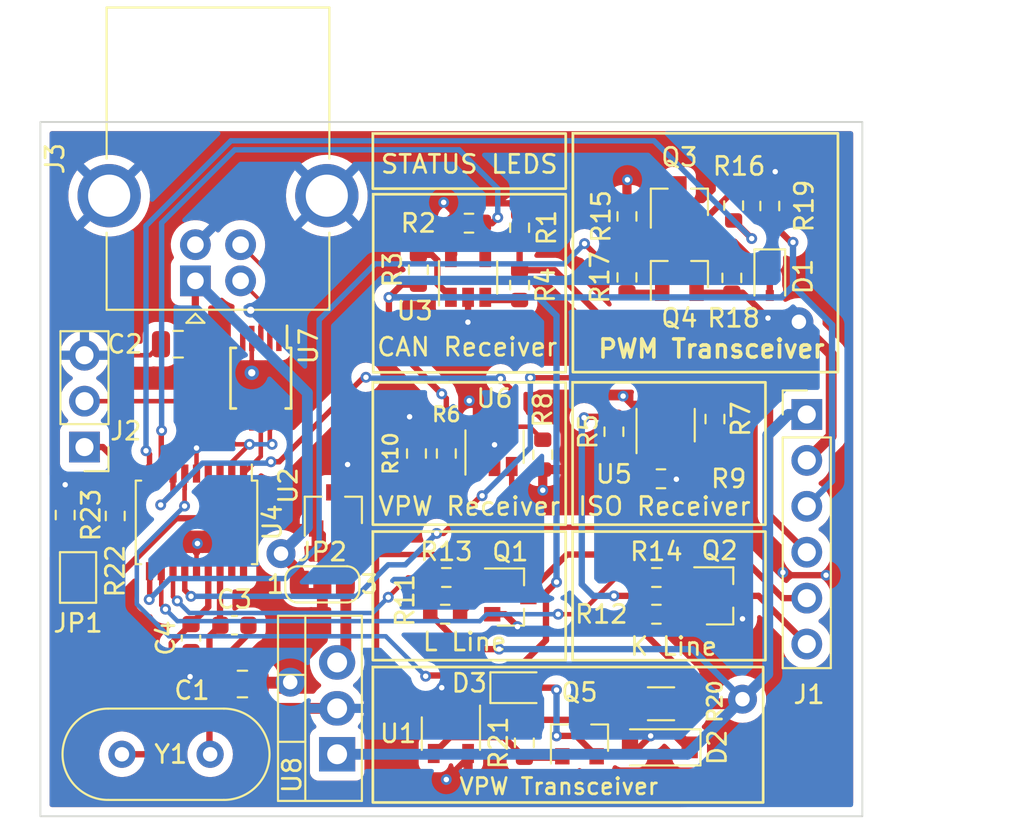
<source format=kicad_pcb>
(kicad_pcb (version 20210824) (generator pcbnew)
  (layers (0 "F.Cu" signal) (31 "B.Cu" signal) (34 "B.Paste" user) (35 "F.Paste" user) (36 "B.SilkS" user "B.Silkscreen") (37 "F.SilkS" user "F.Silkscreen") (38 "B.Mask" user) (39 "F.Mask" user) (44 "Edge.Cuts" user))
  (net 0 "")
  (net 1 "Net-(Q1-Pad1)")
  (net 2 "GND")
  (net 3 "/L_Line")
  (net 4 "Net-(Q2-Pad1)")
  (net 5 "/K_Line")
  (net 6 "/CAN-")
  (net 7 "+5V")
  (net 8 "/xCAN")
  (net 9 "/CAN+")
  (net 10 "Net-(R3-Pad2)")
  (net 11 "Net-(R4-Pad2)")
  (net 12 "Net-(R5-Pad1)")
  (net 13 "Net-(R10-Pad1)")
  (net 14 "/xISO")
  (net 15 "Net-(D1-Pad2)")
  (net 16 "+12V")
  (net 17 "/xL_Line")
  (net 18 "/xK_Line")
  (net 19 "+2V5")
  (net 20 "Net-(D2-Pad1)")
  (net 21 "Net-(D3-Pad2)")
  (net 22 "/VBUS")
  (net 23 "/USB_D-")
  (net 24 "Net-(C4-Pad1)")
  (net 25 "Net-(C3-Pad1)")
  (net 28 "/USB_D+")
  (net 29 "+5VA")
  (net 30 "Net-(Q3-Pad2)")
  (net 31 "Net-(Q4-Pad1)")
  (net 32 "/xCAN-")
  (net 35 "Net-(Q5-Pad1)")
  (net 36 "/xVPW_R")
  (net 37 "/xCAN+")
  (net 38 "/xVPW_T")
  (net 39 "/xTXD")
  (net 42 "/xRXD")
  (net 43 "Net-(J2-Pad1)")
  (net 44 "Net-(JP1-Pad2)")
  (footprint "Capacitor_SMD:C_0805_2012Metric" (layer "F.Cu") (at 129.1844 126.2888 180)
    (fp_text reference "C1")
    (fp_text value "100nF")
  )
  (footprint "Resistor_SMD:R_0603_1608Metric" (layer "F.Cu") (at 149.733 112.332 90)
    (fp_text reference "R5")
    (fp_text value "1k")
  )
  (footprint "Resistor_SMD:R_0603_1608Metric" (layer "F.Cu") (at 138.811 113.538 90)
    (fp_text reference "R10")
    (fp_text value "10k")
  )
  (footprint "Connector_PinHeader_2.54mm:PinHeader_1x03_P2.54mm_Vertical" (layer "F.Cu") (at 120.4468 113.1824 180)
    (fp_text reference "J2")
    (fp_text value "Conn_01x03")
  )
  (footprint "Package_SO:SSOP-18_4.4x6.5mm_P0.65mm" (layer "F.Cu") (at 126.6444 117.348 -90)
    (fp_text reference "U4")
    (fp_text value "PIC16F84A-XXSO")
  )
  (footprint "Resistor_SMD:R_0603_1608Metric" (layer "F.Cu") (at 144.516 101.048 90)
    (fp_text reference "R1")
    (fp_text value "10k")
  )
  (footprint "Connector_USB:USB_B_OST_USB-B1HSxx_Horizontal" (layer "F.Cu") (at 126.5828 103.9876 90)
    (fp_text reference "J3")
    (fp_text value "USB_B")
  )
  (footprint "Crystal:Crystal_HC49-4H_Vertical" (layer "F.Cu") (at 122.518 130.175)
    (fp_text reference "Y1")
    (fp_text value "20Mhz")
  )
  (footprint "Capacitor_SMD:C_0805_2012Metric" (layer "F.Cu") (at 125.6284 107.4928 180)
    (fp_text reference "C2")
    (fp_text value "100nF")
  )
  (footprint "Resistor_SMD:R_0603_1608Metric" (layer "F.Cu") (at 140.399 122.428)
    (fp_text reference "R11")
    (fp_text value "510")
  )
  (footprint "Resistor_SMD:R_0603_1608Metric" (layer "F.Cu") (at 156.355 99.823 -90)
    (fp_text reference "R16")
    (fp_text value "1k")
  )
  (footprint "Package_TO_SOT_SMD:SOT-23-5" (layer "F.Cu") (at 140.716 129.032 -90)
    (fp_text reference "U1")
    (fp_text value "LM321")
  )
  (footprint "Resistor_SMD:R_0603_1608Metric" (layer "F.Cu") (at 150.454334 103.798 -90)
    (fp_text reference "R17")
    (fp_text value "1k")
  )
  (footprint "Resistor_SMD:R_0603_1608Metric" (layer "F.Cu") (at 158.355 99.848 90)
    (fp_text reference "R19")
    (fp_text value "10k")
  )
  (footprint "Jumper:SolderJumper-3_P1.3mm_Bridged2Bar12_RoundedPad1.0x1.5mm_NumberLabels" (layer "F.Cu") (at 133.604 120.777)
    (fp_text reference "JP2")
    (fp_text value "Jumper_3_Bridged12")
  )
  (footprint "Connector_PinHeader_2.54mm:PinHeader_1x06_P2.54mm_Vertical" (layer "F.Cu") (at 160.401 111.379)
    (fp_text reference "J1")
    (fp_text value "Conn_01x06")
  )
  (footprint "Resistor_SMD:R_0603_1608Metric" (layer "F.Cu") (at 119.38 116.9416 -90)
    (fp_text reference "R23")
    (fp_text value "10k")
  )
  (footprint "Resistor_SMD:R_0603_1608Metric" (layer "F.Cu") (at 141.716 100.798 180)
    (fp_text reference "R2")
    (fp_text value "1k")
  )
  (footprint "Package_TO_SOT_SMD:SOT-23-5" (layer "F.Cu") (at 152.593 111.971 90)
    (fp_text reference "U5")
    (fp_text value "LM321")
  )
  (footprint "Package_TO_SOT_SMD:SOT-23" (layer "F.Cu") (at 134.2136 116.6876 90)
    (fp_text reference "U2")
    (fp_text value "TS2431BILT")
  )
  (footprint "Package_TO_SOT_SMD:SOT-23" (layer "F.Cu") (at 144.002 121.478)
    (fp_text reference "Q1")
    (fp_text value "SS8050")
  )
  (footprint "Package_TO_SOT_SMD:SOT-23-5" (layer "F.Cu") (at 143.129 113.157 90)
    (fp_text reference "U6")
    (fp_text value "LM321")
  )
  (footprint "Resistor_SMD:R_0603_1608Metric" (layer "F.Cu") (at 138.916 103.373 90)
    (fp_text reference "R3")
    (fp_text value "10k")
  )
  (footprint "Resistor_SMD:R_0603_1608Metric" (layer "F.Cu") (at 152.082 120.396)
    (fp_text reference "R14")
    (fp_text value "1k")
  )
  (footprint "Resistor_SMD:R_1206_3216Metric" (layer "F.Cu") (at 152.3385 127.381 180)
    (fp_text reference "R20")
    (fp_text value "270 .5W")
  )
  (footprint "Diode_SMD:D_SOD-123" (layer "F.Cu") (at 152.273 129.794 180)
    (fp_text reference "D2")
    (fp_text value "9.1v")
  )
  (footprint "Package_TO_SOT_SMD:SOT-23" (layer "F.Cu") (at 155.575 121.412)
    (fp_text reference "Q2")
    (fp_text value "SS8050")
  )
  (footprint "Capacitor_SMD:C_0603_1608Metric" (layer "F.Cu") (at 126.3396 123.7488 -90)
    (fp_text reference "C4")
    (fp_text value "20pF")
  )
  (footprint "Resistor_SMD:R_0603_1608Metric" (layer "F.Cu") (at 152.336 114.935 180)
    (fp_text reference "R9")
    (fp_text value "1k")
  )
  (footprint "Diode_SMD:D_SOD-323" (layer "F.Cu") (at 158.355 103.748 -90)
    (fp_text reference "D1")
    (fp_text value "1N4148WS")
  )
  (footprint "Package_TO_SOT_SMD:SOT-23" (layer "F.Cu") (at 147.828 129.286 90)
    (fp_text reference "Q5")
    (fp_text value "SS8050")
  )
  (footprint "Resistor_SMD:R_0603_1608Metric" (layer "F.Cu") (at 140.462 113.538 -90)
    (fp_text reference "R6")
    (fp_text value "10k")
  )
  (footprint "Capacitor_SMD:C_0603_1608Metric" (layer "F.Cu") (at 128.7402 123.0376)
    (fp_text reference "C3")
    (fp_text value "20pF")
  )
  (footprint "Package_TO_SOT_THT:TO-220-3_Vertical" (layer "F.Cu") (at 134.422 130.175 90)
    (fp_text reference "U8")
    (fp_text value "LM7805_TO220")
  )
  (footprint "Package_TO_SOT_SMD:SOT-23-5" (layer "F.Cu") (at 141.666 103.798 90)
    (fp_text reference "U3")
    (fp_text value "LM321")
  )
  (footprint "Resistor_SMD:R_0603_1608Metric" (layer "F.Cu") (at 145.796 113.602 -90)
    (fp_text reference "R8")
    (fp_text value "1k")
  )
  (footprint "Jumper:SolderJumper-2_P1.3mm_Open_TrianglePad1.0x1.5mm" (layer "F.Cu") (at 120.0912 120.396 90)
    (fp_text reference "JP1")
    (fp_text value "DB9")
  )
  (footprint "Resistor_SMD:R_0603_1608Metric" (layer "F.Cu") (at 156.255 103.823 90)
    (fp_text reference "R18")
    (fp_text value "1k")
  )
  (footprint "Resistor_SMD:R_0603_1608Metric" (layer "F.Cu") (at 155.321 111.633 -90)
    (fp_text reference "R7")
    (fp_text value "1k")
  )
  (footprint "Resistor_SMD:R_0603_1608Metric" (layer "F.Cu") (at 152.083 122.428)
    (fp_text reference "R12")
    (fp_text value "510")
  )
  (footprint "Package_TO_SOT_SMD:SOT-23" (layer "F.Cu") (at 153.355 103.648 90)
    (fp_text reference "Q4")
    (fp_text value "SS8050")
  )
  (footprint "Resistor_SMD:R_0603_1608Metric" (layer "F.Cu") (at 144.516 104.223 -90)
    (fp_text reference "R4")
    (fp_text value "10k")
  )
  (footprint "Package_TO_SOT_SMD:SOT-23" (layer "F.Cu") (at 153.355 99.648 90)
    (fp_text reference "Q3")
    (fp_text value "2N3906")
  )
  (footprint "Resistor_SMD:R_0603_1608Metric" (layer "F.Cu") (at 144.78 129.54 90)
    (fp_text reference "R21")
    (fp_text value "1k")
  )
  (footprint "Resistor_SMD:R_0603_1608Metric" (layer "F.Cu") (at 150.454334 100.423 90)
    (fp_text reference "R15")
    (fp_text value "10k")
  )
  (footprint "Package_SO:MSOP-10_3x3mm_P0.5mm" (layer "F.Cu") (at 130.2004 109.3724 -90)
    (fp_text reference "U7")
    (fp_text value "CH340E")
  )
  (footprint "Diode_SMD:D_SOD-323" (layer "F.Cu") (at 144.399 126.492)
    (fp_text reference "D3")
    (fp_text value "1N4148WS")
  )
  (footprint "Resistor_SMD:R_0603_1608Metric" (layer "F.Cu") (at 140.462 120.396)
    (fp_text reference "R13")
    (fp_text value "1k")
  )
  (footprint "Resistor_SMD:R_0603_1608Metric" (layer "F.Cu") (at 122.1486 116.9924 -90)
    (fp_text reference "R22")
    (fp_text value "10k")
  )
  (gr_rect (start 147.463 95.828) (end 162.125 109.036) (layer "F.SilkS") (width 0.15) (fill none))
  (gr_rect (start 147.447 117.856) (end 158.115 124.968) (layer "F.SilkS") (width 0.15) (fill none))
  (gr_rect (start 136.398 95.84) (end 147.066 98.888) (layer "F.SilkS") (width 0.15) (fill none))
  (gr_rect (start 147.447 109.601) (end 158.115 117.475) (layer "F.SilkS") (width 0.15) (fill none))
  (gr_rect (start 136.398 109.601) (end 147.066 117.475) (layer "F.SilkS") (width 0.15) (fill none))
  (gr_rect (start 136.398 117.856) (end 147.066 124.968) (layer "F.SilkS") (width 0.15) (fill none))
  (gr_rect (start 136.416 99.198) (end 147.066 109.048) (layer "F.SilkS") (width 0.15) (fill none))
  (gr_rect (start 136.398 125.349) (end 157.988 132.842) (layer "F.SilkS") (width 0.15) (fill none))
  (gr_rect (start 118.0084 95.2) (end 163.4744 133.604) (layer "Edge.Cuts") (width 0.1) (fill none))
  (gr_text "ISO Receiver" (at 152.527 116.459) (layer "F.SilkS") (effects (font (size 1 1))))
  (gr_text "K Line" (at 153.035 124.206) (layer "F.SilkS") (effects (font (size 1 1))))
  (gr_text "L Line" (at 141.478 123.952) (layer "F.SilkS") (effects (font (size 1 1))))
  (gr_text "STATUS LEDS" (at 141.732 97.536) (layer "F.SilkS") (effects (font (size 1 1))))
  (gr_text "CAN Receiver" (at 141.616 107.648) (layer "F.SilkS") (effects (font (size 1 1))))
  (gr_text "VPW Transceiver" (at 146.685 131.953) (layer "F.SilkS") (effects (font (size 0.9 0.9))))
  (gr_text "VPW Receiver" (at 141.732 116.459) (layer "F.SilkS") (effects (font (size 1 1))))
  (gr_text "PWM Transceiver" (at 155.13 107.748) (layer "F.SilkS") (effects (font (size 1 1) (thickness 0.2))))
  (segment (start 141.419 120.528) (end 141.287 120.396) (width 0.35) (layer "F.Cu") (net 1))
  (segment (start 143.002 120.528) (end 141.419 120.528) (width 0.35) (layer "F.Cu") (net 1))
  (segment (start 124.6784 107.4928) (end 124.0688 108.1024) (width 0.25) (layer "F.Cu") (net 2))
  (segment (start 156.255 104.648) (end 156.855 104.648) (width 0.35) (layer "F.Cu") (net 2))
  (segment (start 154.575 122.362) (end 156.525 122.362) (width 0.35) (layer "F.Cu") (net 2))
  (segment (start 156.525 122.362) (end 156.845 122.682) (width 0.35) (layer "F.Cu") (net 2))
  (segment (start 140.716 127.932) (end 140.716 127) (width 0.35) (layer "F.Cu") (net 2))
  (segment (start 143.129 114.257) (end 143.129 113.0554) (width 0.3) (layer "F.Cu") (net 2))
  (segment (start 128.2344 126.2888) (end 129.5806 127.635) (width 0.6) (layer "F.Cu") (net 2))
  (segment (start 138.811 111.887) (end 138.43 111.506) (width 0.3) (layer "F.Cu") (net 2))
  (segment (start 143.7132 122.428) (end 143.002 122.428) (width 0.35) (layer "F.Cu") (net 2))
  (segment (start 126.6444 114.648) (end 126.6444 113.2332) (width 0.25) (layer "F.Cu") (net 2))
  (segment (start 140.716 127) (end 140.208 126.492) (width 0.35) (layer "F.Cu") (net 2))
  (segment (start 135.001 114.9002) (end 134.2136 115.6876) (width 0.3) (layer "F.Cu") (net 2))
  (segment (start 151.765 129.159) (end 151.13 129.794) (width 0.35) (layer "F.Cu") (net 2))
  (segment (start 141.666 106.2634) (end 141.6558 106.2736) (width 0.35) (layer "F.Cu") (net 2))
  (segment (start 135.001 114.1476) (end 135.001 114.9002) (width 0.3) (layer "F.Cu") (net 2))
  (segment (start 144.399 123.1138) (end 143.7132 122.428) (width 0.35) (layer "F.Cu") (net 2))
  (segment (start 130.2004 107.1724) (end 130.2004 106.172) (width 0.25) (layer "F.Cu") (net 2))
  (segment (start 152.593 114.367) (end 153.161 114.935) (width 0.35) (layer "F.Cu") (net 2))
  (segment (start 124.0688 108.1024) (end 120.4468 108.1024) (width 0.25) (layer "F.Cu") (net 2))
  (segment (start 141.666 104.898) (end 141.666 106.2634) (width 0.35) (layer "F.Cu") (net 2))
  (segment (start 153.162 114.935) (end 153.1874 114.9604) (width 0.35) (layer "F.Cu") (net 2))
  (segment (start 158.355 99.023) (end 158.355 98.248) (width 0.35) (layer "F.Cu") (net 2))
  (segment (start 156.855 104.648) (end 158.255 106.048) (width 0.35) (layer "F.Cu") (net 2))
  (segment (start 161.750511 108.039505) (end 159.964203 106.253197) (width 0.6) (layer "F.Cu") (net 2))
  (segment (start 126.3396 124.5238) (end 126.3396 125.8316) (width 0.35) (layer "F.Cu") (net 2))
  (segment (start 119.38 116.1166) (end 119.38 115.2652) (width 0.25) (layer "F.Cu") (net 2))
  (segment (start 154.305 104.648) (end 156.255 104.648) (width 0.35) (layer "F.Cu") (net 2))
  (segment (start 158.355 98.248) (end 158.655 97.948) (width 0.35) (layer "F.Cu") (net 2))
  (segment (start 151.13 129.794) (end 150.623 129.794) (width 0.35) (layer "F.Cu") (net 2))
  (segment (start 128.2344 124.8004) (end 128.2344 126.2888) (width 0.35) (layer "F.Cu") (net 2))
  (segment (start 129.5152 123.0376) (end 129.5152 123.5196) (width 0.35) (layer "F.Cu") (net 2))
  (segment (start 152.593 113.071) (end 152.593 114.367) (width 0.35) (layer "F.Cu") (net 2))
  (segment (start 129.5152 123.5196) (end 128.2344 124.8004) (width 0.35) (layer "F.Cu") (net 2))
  (segment (start 126.3396 125.8316) (end 126.2888 125.8824) (width 0.35) (layer "F.Cu") (net 2))
  (segment (start 138.811 112.713) (end 138.811 111.887) (width 0.3) (layer "F.Cu") (net 2))
  (segment (start 160.401 113.919) (end 161.750511 112.569489) (width 0.6) (layer "F.Cu") (net 2))
  (segment (start 130.2004 106.172) (end 129.6416 105.6132) (width 0.25) (layer "F.Cu") (net 2))
  (segment (start 161.750511 112.569489) (end 161.750511 108.039505) (width 0.6) (layer "F.Cu") (net 2))
  (segment (start 129.5806 127.635) (end 134.422 127.635) (width 0.6) (layer "F.Cu") (net 2))
  (segment (start 153.161 114.935) (end 153.162 114.935) (width 0.35) (layer "F.Cu") (net 2))
  (via (at 140.208 126.492) (size 0.6) (drill 0.3) (layers "F.Cu" "B.Cu") (net 2))
  (via (at 143.129 113.0554) (size 0.6) (drill 0.3) (layers "F.Cu" "B.Cu") (net 2))
  (via (at 156.845 122.682) (size 0.6) (drill 0.3) (layers "F.Cu" "B.Cu") (net 2))
  (via (at 126.2888 125.8824) (size 0.6) (drill 0.3) (layers "F.Cu" "B.Cu") (net 2))
  (via (at 159.964203 106.253197) (size 1.6) (drill 0.8) (layers "F.Cu" "B.Cu") (net 2))
  (via (at 158.655 97.948) (size 0.6) (drill 0.3) (layers "F.Cu" "B.Cu") (net 2))
  (via (at 153.1874 114.9604) (size 0.6) (drill 0.3) (layers "F.Cu" "B.Cu") (net 2))
  (via (at 144.399 123.1138) (size 0.6) (drill 0.3) (layers "F.Cu" "B.Cu") (net 2))
  (via (at 126.6444 113.2332) (size 0.6) (drill 0.3) (layers "F.Cu" "B.Cu") (net 2))
  (via (at 158.255 106.048) (size 0.6) (drill 0.3) (layers "F.Cu" "B.Cu") (net 2))
  (via (at 135.001 114.1476) (size 0.6) (drill 0.3) (layers "F.Cu" "B.Cu") (net 2))
  (via (at 151.765 129.159) (size 0.6) (drill 0.3) (layers "F.Cu" "B.Cu") (net 2))
  (via (at 129.6416 105.6132) (size 0.8) (drill 0.4) (layers "F.Cu" "B.Cu") (net 2))
  (via (at 138.43 111.506) (size 0.6) (drill 0.3) (layers "F.Cu" "B.Cu") (net 2))
  (via (at 119.38 115.2652) (size 0.6) (drill 0.3) (layers "F.Cu" "B.Cu") (net 2))
  (via (at 141.6558 106.2736) (size 0.6) (drill 0.3) (layers "F.Cu" "B.Cu") (net 2))
  (segment (start 141.224 122.428) (end 142.174 121.478) (width 0.35) (layer "F.Cu") (net 3))
  (segment (start 147.128096 119.126) (end 145.002 121.252096) (width 0.35) (layer "F.Cu") (net 3))
  (segment (start 145.002 121.252096) (end 145.002 121.478) (width 0.35) (layer "F.Cu") (net 3))
  (segment (start 156.6672 119.126) (end 147.128096 119.126) (width 0.35) (layer "F.Cu") (net 3))
  (segment (start 160.401 121.539) (end 159.0802 121.539) (width 0.35) (layer "F.Cu") (net 3))
  (segment (start 159.0802 121.539) (end 156.6672 119.126) (width 0.35) (layer "F.Cu") (net 3))
  (segment (start 142.174 121.478) (end 145.002 121.478) (width 0.35) (layer "F.Cu") (net 3))
  (segment (start 152.973 120.462) (end 152.907 120.396) (width 0.35) (layer "F.Cu") (net 4))
  (segment (start 154.575 120.462) (end 152.973 120.462) (width 0.35) (layer "F.Cu") (net 4))
  (segment (start 152.908 122.428) (end 151.892 121.412) (width 0.35) (layer "F.Cu") (net 5))
  (segment (start 151.892 121.412) (end 149.733 121.412) (width 0.35) (layer "F.Cu") (net 5))
  (segment (start 156.575 121.412) (end 157.734 121.412) (width 0.35) (layer "F.Cu") (net 5))
  (segment (start 148.082 111.5568) (end 148.1318 111.507) (width 0.35) (layer "F.Cu") (net 5))
  (segment (start 148.1318 111.507) (end 149.733 111.507) (width 0.35) (layer "F.Cu") (net 5))
  (segment (start 153.924 121.412) (end 156.575 121.412) (width 0.35) (layer "F.Cu") (net 5))
  (segment (start 152.908 122.428) (end 153.924 121.412) (width 0.35) (layer "F.Cu") (net 5))
  (segment (start 157.734 121.412) (end 160.401 124.079) (width 0.35) (layer "F.Cu") (net 5))
  (via (at 149.733 121.412) (size 0.6) (drill 0.3) (layers "F.Cu" "B.Cu") (net 5))
  (via (at 148.082 111.5568) (size 0.6) (drill 0.3) (layers "F.Cu" "B.Cu") (net 5))
  (segment (start 148.082 111.5568) (end 147.955 111.6838) (width 0.35) (layer "B.Cu") (net 5))
  (segment (start 147.955 120.777) (end 148.59 121.412) (width 0.35) (layer "B.Cu") (net 5))
  (segment (start 148.59 121.412) (end 149.733 121.412) (width 0.35) (layer "B.Cu") (net 5))
  (segment (start 147.955 111.6838) (end 147.955 120.777) (width 0.35) (layer "B.Cu") (net 5))
  (segment (start 158.369 108.458) (end 156.718 106.807) (width 0.35) (layer "F.Cu") (net 6))
  (segment (start 144.516 101.873) (end 144.516 103.398) (width 0.35) (layer "F.Cu") (net 6))
  (segment (start 160.401 118.999) (end 158.369 116.967) (width 0.35) (layer "F.Cu") (net 6))
  (segment (start 158.369 116.967) (end 158.369 108.458) (width 0.35) (layer "F.Cu") (net 6))
  (segment (start 149.86 106.807) (end 146.451 103.398) (width 0.35) (layer "F.Cu") (net 6))
  (segment (start 156.718 106.807) (end 149.86 106.807) (width 0.35) (layer "F.Cu") (net 6))
  (segment (start 146.451 103.398) (end 144.516 103.398) (width 0.35) (layer "F.Cu") (net 6))
  (segment (start 152.405 100.648) (end 152.055 100.648) (width 0.35) (layer "F.Cu") (net 7))
  (segment (start 144.516 100.223) (end 143.991 99.698) (width 0.35) (layer "F.Cu") (net 7))
  (segment (start 141.666 130.368) (end 140.462 131.572) (width 0.35) (layer "F.Cu") (net 7))
  (segment (start 129.7004 107.1724) (end 129.7004 108.7548) (width 0.25) (layer "F.Cu") (net 7))
  (segment (start 140.891 100.798) (end 140.891 102.523) (width 0.35) (layer "F.Cu") (net 7))
  (segment (start 151.005 99.598) (end 150.454334 99.598) (width 0.35) (layer "F.Cu") (net 7))
  (segment (start 131.826 126.1872) (end 130.236 126.1872) (width 0.6) (layer "F.Cu") (net 7))
  (segment (start 131.2004 110.573378) (end 129.7004 109.073378) (width 0.25) (layer "F.Cu") (net 7))
  (segment (start 152.055 100.648) (end 151.005 99.598) (width 0.35) (layer "F.Cu") (net 7))
  (segment (start 152.659 111.887) (end 151.643 110.871) (width 0.35) (layer "F.Cu") (net 7))
  (segment (start 140.891 102.523) (end 140.716 102.698) (width 0.35) (layer "F.Cu") (net 7))
  (segment (start 143.991 99.698) (end 141.991 99.698) (width 0.35) (layer "F.Cu") (net 7))
  (segment (start 140.891 100.223) (end 140.316 99.648) (width 0.35) (layer "F.Cu") (net 7))
  (segment (start 130.236 126.1872) (end 130.1344 126.2888) (width 0.6) (layer "F.Cu") (net 7))
  (segment (start 131.2004 111.5724) (end 131.2004 110.573378) (width 0.25) (layer "F.Cu") (net 7))
  (segment (start 131.826 125.590034) (end 133.604 123.812034) (width 0.6) (layer "F.Cu") (net 7))
  (segment (start 129.7004 109.073378) (end 129.7004 108.7548) (width 0.25) (layer "F.Cu") (net 7))
  (segment (start 133.604 118.028) (end 133.2636 117.6876) (width 0.4) (layer "F.Cu") (net 7))
  (segment (start 145.796 114.427) (end 145.796 115.57) (width 0.3) (layer "F.Cu") (net 7))
  (segment (start 141.991 99.698) (end 140.891 100.798) (width 0.35) (layer "F.Cu") (net 7))
  (segment (start 159.2326 120.269) (end 159.0802 120.1166) (width 0.35) (layer "F.Cu") (net 7))
  (segment (start 142.179 111.064) (end 141.732 110.617) (width 0.3) (layer "F.Cu") (net 7))
  (segment (start 126.6444 118.5672) (end 126.6952 118.5164) (width 0.25) (layer "F.Cu") (net 7))
  (segment (start 141.666 130.132) (end 141.666 130.368) (width 0.35) (layer "F.Cu") (net 7))
  (segment (start 133.604 123.812034) (end 133.604 120.777) (width 0.6) (layer "F.Cu") (net 7))
  (segment (start 131.826 126.1872) (end 131.826 125.590034) (width 0.6) (layer "F.Cu") (net 7))
  (segment (start 150.454334 98.423666) (end 150.48 98.398) (width 0.35) (layer "F.Cu") (net 7))
  (segment (start 142.179 112.057) (end 142.179 111.064) (width 0.3) (layer "F.Cu") (net 7))
  (segment (start 150.241 110.363) (end 150.749 110.871) (width 0.35) (layer "F.Cu") (net 7))
  (segment (start 154.75 111.887) (end 152.659 111.887) (width 0.35) (layer "F.Cu") (net 7))
  (segment (start 140.891 100.798) (end 140.891 100.223) (width 0.35) (layer "F.Cu") (net 7))
  (segment (start 155.321 112.458) (end 154.75 111.887) (width 0.35) (layer "F.Cu") (net 7))
  (segment (start 129.7004 108.7548) (end 129.7004 111.5724) (width 0.25) (layer "F.Cu") (net 7))
  (segment (start 150.454334 99.598) (end 150.454334 98.423666) (width 0.35) (layer "F.Cu") (net 7))
  (segment (start 133.604 120.777) (end 133.604 118.028) (width 0.4) (layer "F.Cu") (net 7))
  (segment (start 126.6444 120.048) (end 126.6444 118.5672) (width 0.25) (layer "F.Cu") (net 7))
  (segment (start 161.4678 120.269) (end 159.2326 120.269) (width 0.35) (layer "F.Cu") (net 7))
  (segment (start 150.749 110.871) (end 151.643 110.871) (width 0.35) (layer "F.Cu") (net 7))
  (via (at 131.826 126.1872) (size 1.6) (drill 0.8) (layers "F.Cu" "B.Cu") (net 7))
  (via (at 129.7004 109.073378) (size 0.8) (drill 0.4) (layers "F.Cu" "B.Cu") (net 7))
  (via (at 140.316 99.648) (size 0.6) (drill 0.3) (layers "F.Cu" "B.Cu") (net 7))
  (via (at 145.796 115.57) (size 0.6) (drill 0.3) (layers "F.Cu" "B.Cu") (net 7))
  (via (at 140.462 131.572) (size 0.6) (drill 0.3) (layers "F.Cu" "B.Cu") (net 7))
  (via (at 161.4678 120.269) (size 0.6) (drill 0.3) (layers "F.Cu" "B.Cu") (net 7))
  (via (at 150.48 98.398) (size 0.6) (drill 0.3) (layers "F.Cu" "B.Cu") (net 7))
  (via (at 159.0802 120.1166) (size 0.6) (drill 0.3) (layers "F.Cu" "B.Cu") (net 7))
  (via (at 126.6952 118.5164) (size 0.6) (drill 0.3) (layers "F.Cu" "B.Cu") (net 7))
  (via (at 150.241 110.363) (size 0.6) (drill 0.3) (layers "F.Cu" "B.Cu") (net 7))
  (via (at 141.732 110.617) (size 0.6) (drill 0.3) (layers "F.Cu" "B.Cu") (net 7))
  (segment (start 143.3068 100.4824) (end 142.9912 100.798) (width 0.35) (layer "F.Cu") (net 8))
  (segment (start 124.6944 112.2876) (end 124.714 112.268) (width 0.3) (layer "F.Cu") (net 8))
  (segment (start 124.6944 114.648) (end 124.6944 112.2876) (width 0.3) (layer "F.Cu") (net 8))
  (segment (start 142.541 102.623) (end 142.616 102.698) (width 0.35) (layer "F.Cu") (net 8))
  (segment (start 142.9912 100.798) (end 142.541 100.798) (width 0.35) (layer "F.Cu") (net 8))
  (segment (start 142.541 100.798) (end 142.541 102.623) (width 0.35) (layer "F.Cu") (net 8))
  (via (at 124.714 112.268) (size 0.6) (drill 0.3) (layers "F.Cu" "B.Cu") (net 8))
  (via (at 143.3068 100.4824) (size 0.6) (drill 0.3) (layers "F.Cu" "B.Cu") (net 8))
  (segment (start 143.3068 100.4824) (end 143.3068 98.8822) (width 0.3) (layer "B.Cu") (net 8))
  (segment (start 128.756308 96.74012) (end 124.714 100.782428) (width 0.3) (layer "B.Cu") (net 8))
  (segment (start 143.3068 98.8822) (end 141.16472 96.74012) (width 0.3) (layer "B.Cu") (net 8))
  (segment (start 141.16472 96.74012) (end 128.756308 96.74012) (width 0.3) (layer "B.Cu") (net 8))
  (segment (start 124.714 100.782428) (end 124.714 112.268) (width 0.3) (layer "B.Cu") (net 8))
  (segment (start 145.9738 123.8672) (end 145.9738 121.2342) (width 0.35) (layer "F.Cu") (net 9))
  (segment (start 137.287 104.902) (end 137.991 104.198) (width 0.35) (layer "F.Cu") (net 9))
  (segment (start 159.639 101.854) (end 159.536 101.854) (width 0.35) (layer "F.Cu") (net 9))
  (segment (start 158.355 102.698) (end 158.355 100.673) (width 0.35) (layer "F.Cu") (net 9))
  (segment (start 140.462 110.49) (end 140.462 112.713) (width 0.3) (layer "F.Cu") (net 9))
  (segment (start 137.287 107.315) (end 140.208 110.236) (width 0.35) (layer "F.Cu") (net 9))
  (segment (start 143.349 126.492) (end 145.9738 123.8672) (width 0.35) (layer "F.Cu") (net 9))
  (segment (start 137.287 104.902) (end 137.287 107.315) (width 0.35) (layer "F.Cu") (net 9))
  (segment (start 145.9738 121.2342) (end 146.558 120.65) (width 0.35) (layer "F.Cu") (net 9))
  (segment (start 140.208 110.236) (end 140.462 110.49) (width 0.3) (layer "F.Cu") (net 9))
  (segment (start 159.536 101.854) (end 158.355 100.673) (width 0.35) (layer "F.Cu") (net 9))
  (segment (start 137.991 104.198) (end 138.916 104.198) (width 0.35) (layer "F.Cu") (net 9))
  (via (at 146.558 120.65) (size 0.6) (drill 0.3) (layers "F.Cu" "B.Cu") (net 9))
  (via (at 137.287 104.902) (size 0.6) (drill 0.3) (layers "F.Cu" "B.Cu") (net 9))
  (via (at 140.208 110.236) (size 0.6) (drill 0.3) (layers "F.Cu" "B.Cu") (net 9))
  (via (at 159.639 101.854) (size 0.6) (drill 0.3) (layers "F.Cu" "B.Cu") (net 9))
  (segment (start 145.542 104.902) (end 137.287 104.902) (width 0.35) (layer "B.Cu") (net 9))
  (segment (start 159.004 104.902) (end 137.287 104.902) (width 0.35) (layer "B.Cu") (net 9))
  (segment (start 161.798 106.426) (end 159.639 104.267) (width 0.35) (layer "B.Cu") (net 9))
  (segment (start 159.639 104.267) (end 159.004 104.902) (width 0.35) (layer "B.Cu") (net 9))
  (segment (start 146.558 105.918) (end 145.542 104.902) (width 0.35) (layer "B.Cu") (net 9))
  (segment (start 146.558 120.65) (end 146.558 105.918) (width 0.35) (layer "B.Cu") (net 9))
  (segment (start 159.639 101.854) (end 159.639 104.267) (width 0.35) (layer "B.Cu") (net 9))
  (segment (start 161.798 115.062) (end 161.798 106.426) (width 0.35) (layer "B.Cu") (net 9))
  (segment (start 160.401 116.459) (end 161.798 115.062) (width 0.35) (layer "B.Cu") (net 9))
  (segment (start 139.966 104.148) (end 140.716 104.898) (width 0.35) (layer "F.Cu") (net 10))
  (segment (start 139.666 102.548) (end 139.966 102.848) (width 0.35) (layer "F.Cu") (net 10))
  (segment (start 139.966 102.848) (end 139.966 104.148) (width 0.35) (layer "F.Cu") (net 10))
  (segment (start 138.916 102.548) (end 139.666 102.548) (width 0.35) (layer "F.Cu") (net 10))
  (segment (start 142.766 105.048) (end 142.616 104.898) (width 0.35) (layer "F.Cu") (net 11))
  (segment (start 144.516 105.048) (end 142.766 105.048) (width 0.35) (layer "F.Cu") (net 11))
  (segment (start 151.511 113.203) (end 151.643 113.071) (width 0.35) (layer "F.Cu") (net 12))
  (segment (start 149.733 113.157) (end 151.557 113.157) (width 0.35) (layer "F.Cu") (net 12))
  (segment (start 151.557 113.157) (end 151.643 113.071) (width 0.35) (layer "F.Cu") (net 12))
  (segment (start 151.511 114.935) (end 151.511 113.203) (width 0.35) (layer "F.Cu") (net 12))
  (segment (start 138.811 114.363) (end 142.073 114.363) (width 0.25) (layer "F.Cu") (net 13))
  (segment (start 142.073 114.363) (end 142.179 114.257) (width 0.25) (layer "F.Cu") (net 13))
  (segment (start 125.9944 121.0922) (end 125.9944 120.048) (width 0.3) (layer "F.Cu") (net 14))
  (segment (start 140.3096 117.9576) (end 142.3924 115.8748) (width 0.3) (layer "F.Cu") (net 14))
  (segment (start 153.543 110.871) (end 155.258 110.871) (width 0.35) (layer "F.Cu") (net 14))
  (segment (start 126.3396 121.4374) (end 125.9944 121.0922) (width 0.3) (layer "F.Cu") (net 14))
  (segment (start 142.3924 115.8748) (end 142.4432 115.8748) (width 0.3) (layer "F.Cu") (net 14))
  (segment (start 152.019 109.347) (end 145.1102 109.347) (width 0.3) (layer "F.Cu") (net 14))
  (segment (start 153.543 110.871) (end 152.019 109.347) (width 0.3) (layer "F.Cu") (net 14))
  (segment (start 155.258 110.871) (end 155.321 110.808) (width 0.35) (layer "F.Cu") (net 14))
  (segment (start 139.9286 117.9576) (end 140.3096 117.9576) (width 0.3) (layer "F.Cu") (net 14))
  (via (at 139.9286 117.9576) (size 0.6) (drill 0.3) (layers "F.Cu" "B.Cu") (net 14))
  (via (at 145.1102 109.347) (size 0.6) (drill 0.3) (layers "F.Cu" "B.Cu") (net 14))
  (via (at 142.4432 115.8748) (size 0.6) (drill 0.3) (layers "F.Cu" "B.Cu") (net 14))
  (via (at 126.3396 121.4374) (size 0.6) (drill 0.3) (layers "F.Cu" "B.Cu") (net 14))
  (segment (start 138.190511 119.695689) (end 139.9286 117.9576) (width 0.3) (layer "B.Cu") (net 14))
  (segment (start 142.4432 115.8748) (end 145.1102 113.2078) (width 0.3) (layer "B.Cu") (net 14))
  (segment (start 145.1102 113.2078) (end 145.1102 109.347) (width 0.3) (layer "B.Cu") (net 14))
  (segment (start 137.246563 119.695689) (end 138.088911 119.695689) (width 0.3) (layer "B.Cu") (net 14))
  (segment (start 135.504852 121.4374) (end 137.246563 119.695689) (width 0.3) (layer "B.Cu") (net 14))
  (segment (start 138.088911 119.695689) (end 138.190511 119.695689) (width 0.3) (layer "B.Cu") (net 14))
  (segment (start 126.3396 121.4374) (end 135.504852 121.4374) (width 0.3) (layer "B.Cu") (net 14))
  (segment (start 153.355 98.648) (end 153.355 101.297022) (width 0.35) (layer "F.Cu") (net 15))
  (segment (start 153.881467 101.823489) (end 156.402006 101.823489) (width 0.35) (layer "F.Cu") (net 15))
  (segment (start 158.355 103.776483) (end 158.355 104.798) (width 0.35) (layer "F.Cu") (net 15))
  (segment (start 156.402006 101.823489) (end 158.355 103.776483) (width 0.35) (layer "F.Cu") (net 15))
  (segment (start 153.355 101.297022) (end 153.881467 101.823489) (width 0.35) (layer "F.Cu") (net 15))
  (segment (start 151.258 123.318) (end 153.801 125.861) (width 0.35) (layer "F.Cu") (net 16))
  (segment (start 153.801 127.381) (end 156.591 127.381) (width 0.6) (layer "F.Cu") (net 16))
  (segment (start 151.258 122.428) (end 151.258 123.318) (width 0.35) (layer "F.Cu") (net 16))
  (segment (start 143.383 124.3584) (end 141.5044 124.3584) (width 0.35) (layer "F.Cu") (net 16))
  (segment (start 153.801 125.861) (end 153.801 127.381) (width 0.35) (layer "F.Cu") (net 16))
  (segment (start 156.591 127.381) (end 156.845 127.127) (width 0.6) (layer "F.Cu") (net 16))
  (segment (start 141.5044 124.3584) (end 139.574 122.428) (width 0.35) (layer "F.Cu") (net 16))
  (via (at 156.845 127.127) (size 1.6) (drill 0.8) (layers "F.Cu" "B.Cu") (net 16))
  (via (at 143.383 124.3584) (size 0.6) (drill 0.3) (layers "F.Cu" "B.Cu") (net 16))
  (segment (start 154.0764 124.3584) (end 156.845 127.127) (width 0.35) (layer "B.Cu") (net 16))
  (segment (start 153.797 130.175) (end 134.422 130.175) (width 0.6) (layer "B.Cu") (net 16))
  (segment (start 159.385 111.379) (end 160.401 111.379) (width 0.6) (layer "B.Cu") (net 16))
  (segment (start 143.383 124.3584) (end 154.0764 124.3584) (width 0.35) (layer "B.Cu") (net 16))
  (segment (start 158.242 112.522) (end 159.385 111.379) (width 0.6) (layer "B.Cu") (net 16))
  (segment (start 158.242 125.73) (end 158.242 112.522) (width 0.6) (layer "B.Cu") (net 16))
  (segment (start 156.845 127.127) (end 158.242 125.73) (width 0.6) (layer "B.Cu") (net 16))
  (segment (start 156.845 127.127) (end 153.797 130.175) (width 0.6) (layer "B.Cu") (net 16))
  (segment (start 125.3444 121.454408) (end 125.3444 120.048) (width 0.25) (layer "F.Cu") (net 17))
  (segment (start 138.3429 120.396) (end 139.637 120.396) (width 0.25) (layer "F.Cu") (net 17))
  (segment (start 125.581582 121.69159) (end 125.3444 121.454408) (width 0.25) (layer "F.Cu") (net 17))
  (segment (start 137.2507 121.4882) (end 138.3429 120.396) (width 0.25) (layer "F.Cu") (net 17))
  (via (at 137.2507 121.4882) (size 0.6) (drill 0.3) (layers "F.Cu" "B.Cu") (net 17))
  (via (at 125.581582 121.69159) (size 0.6) (drill 0.3) (layers "F.Cu" "B.Cu") (net 17))
  (segment (start 136.37942 122.35948) (end 126.249472 122.35948) (width 0.25) (layer "B.Cu") (net 17))
  (segment (start 137.2507 121.4882) (end 136.37942 122.35948) (width 0.25) (layer "B.Cu") (net 17))
  (segment (start 126.249472 122.35948) (end 125.581582 121.69159) (width 0.25) (layer "B.Cu") (net 17))
  (segment (start 124.926243 122.149559) (end 124.6944 121.917716) (width 0.25) (layer "F.Cu") (net 18))
  (segment (start 149.865807 120.396) (end 151.257 120.396) (width 0.25) (layer "F.Cu") (net 18))
  (segment (start 146.6483 122.428) (end 147.833807 122.428) (width 0.25) (layer "F.Cu") (net 18))
  (segment (start 147.833807 122.428) (end 149.865807 120.396) (width 0.25) (layer "F.Cu") (net 18))
  (segment (start 124.6944 121.917716) (end 124.6944 120.048) (width 0.25) (layer "F.Cu") (net 18))
  (via (at 146.6483 122.428) (size 0.6) (drill 0.3) (layers "F.Cu" "B.Cu") (net 18))
  (via (at 124.926243 122.149559) (size 0.6) (drill 0.3) (layers "F.Cu" "B.Cu") (net 18))
  (segment (start 146.6483 122.428) (end 142.6972 122.428) (width 0.25) (layer "B.Cu") (net 18))
  (segment (start 142.6972 122.428) (end 142.3162 122.809) (width 0.25) (layer "B.Cu") (net 18))
  (segment (start 142.3162 122.809) (end 125.585684 122.809) (width 0.25) (layer "B.Cu") (net 18))
  (segment (start 125.585684 122.809) (end 124.926243 122.149559) (width 0.25) (layer "B.Cu") (net 18))
  (segment (start 152.2578 117.6172) (end 144.079 117.6172) (width 0.3) (layer "F.Cu") (net 19))
  (segment (start 154.1272 113.6552) (end 154.1272 115.7478) (width 0.3) (layer "F.Cu") (net 19))
  (segment (start 142.571 119.1252) (end 144.079 117.6172) (width 0.3) (layer "F.Cu") (net 19))
  (segment (start 153.543 113.071) (end 154.1272 113.6552) (width 0.3) (layer "F.Cu") (net 19))
  (segment (start 136.6012 119.1252) (end 136.6012 124.7672) (width 0.3) (layer "F.Cu") (net 19))
  (segment (start 136.6012 124.7672) (end 139.766 127.932) (width 0.3) (layer "F.Cu") (net 19))
  (segment (start 135.1636 117.6876) (end 136.6012 119.1252) (width 0.3) (layer "F.Cu") (net 19))
  (segment (start 154.1272 115.7478) (end 152.2578 117.6172) (width 0.3) (layer "F.Cu") (net 19))
  (segment (start 144.079 117.6172) (end 144.079 114.257) (width 0.3) (layer "F.Cu") (net 19))
  (segment (start 136.6012 119.1252) (end 142.571 119.1252) (width 0.3) (layer "F.Cu") (net 19))
  (segment (start 145.225 128.27) (end 147.812 128.27) (width 0.35) (layer "F.Cu") (net 20))
  (segment (start 151.51 127.381) (end 153.923 129.794) (width 0.6) (layer "F.Cu") (net 20))
  (segment (start 149.971 128.286) (end 150.876 127.381) (width 0.6) (layer "F.Cu") (net 20))
  (segment (start 147.812 128.27) (end 147.828 128.286) (width 0.35) (layer "F.Cu") (net 20))
  (segment (start 150.876 127.381) (end 151.51 127.381) (width 0.6) (layer "F.Cu") (net 20))
  (segment (start 144.78 128.715) (end 145.225 128.27) (width 0.35) (layer "F.Cu") (net 20))
  (segment (start 147.828 128.286) (end 149.971 128.286) (width 0.6) (layer "F.Cu") (net 20))
  (segment (start 146.558 129.159) (end 147.651 129.159) (width 0.35) (layer "F.Cu") (net 21))
  (segment (start 146.558 126.619) (end 146.431 126.492) (width 0.35) (layer "F.Cu") (net 21))
  (segment (start 146.431 126.492) (end 145.449 126.492) (width 0.35) (layer "F.Cu") (net 21))
  (segment (start 147.651 129.159) (end 148.778 130.286) (width 0.35) (layer "F.Cu") (net 21))
  (via (at 146.558 129.159) (size 0.6) (drill 0.3) (layers "F.Cu" "B.Cu") (net 21))
  (via (at 146.558 126.619) (size 0.6) (drill 0.3) (layers "F.Cu" "B.Cu") (net 21))
  (segment (start 146.558 129.159) (end 146.558 126.619) (width 0.35) (layer "B.Cu") (net 21))
  (segment (start 131.318 119.0752) (end 132.304 120.0612) (width 0.6) (layer "F.Cu") (net 22))
  (segment (start 132.304 120.0612) (end 132.304 120.777) (width 0.6) (layer "F.Cu") (net 22))
  (segment (start 126.5784 103.992) (end 126.5828 103.9876) (width 0.4) (layer "F.Cu") (net 22))
  (segment (start 126.5784 107.4928) (end 126.5784 103.992) (width 0.4) (layer "F.Cu") (net 22))
  (via (at 131.318 119.0752) (size 1.6) (drill 0.8) (layers "F.Cu" "B.Cu") (net 22))
  (segment (start 132.77668 110.18148) (end 126.5828 103.9876) (width 0.6) (layer "B.Cu") (net 22))
  (segment (start 131.318 119.0752) (end 132.77668 117.61652) (width 0.6) (layer "B.Cu") (net 22))
  (segment (start 132.77668 117.61652) (end 132.77668 110.18148) (width 0.6) (layer "B.Cu") (net 22))
  (segment (start 129.0828 103.9876) (end 130.7004 105.6052) (width 0.2) (layer "F.Cu") (net 23))
  (segment (start 130.7004 105.6052) (end 130.7004 107.1724) (width 0.2) (layer "F.Cu") (net 23))
  (segment (start 123.825 130.175) (end 122.518 130.175) (width 0.35) (layer "F.Cu") (net 24))
  (segment (start 125.2728 124.0406) (end 125.2728 128.7272) (width 0.35) (layer "F.Cu") (net 24))
  (segment (start 127.2944 122.019) (end 126.3396 122.9738) (width 0.35) (layer "F.Cu") (net 24))
  (segment (start 126.3396 122.9738) (end 125.2728 124.0406) (width 0.35) (layer "F.Cu") (net 24))
  (segment (start 125.2728 128.7272) (end 123.825 130.175) (width 0.35) (layer "F.Cu") (net 24))
  (segment (start 127.2944 120.048) (end 127.2944 122.019) (width 0.35) (layer "F.Cu") (net 24))
  (segment (start 127.35988 130.13688) (end 127.398 130.175) (width 0.35) (layer "F.Cu") (net 25))
  (segment (start 127.35988 123.64292) (end 127.35988 130.13688) (width 0.35) (layer "F.Cu") (net 25))
  (segment (start 127.9652 123.0376) (end 127.35988 123.64292) (width 0.35) (layer "F.Cu") (net 25))
  (segment (start 127.9444 123.0168) (end 127.9652 123.0376) (width 0.35) (layer "F.Cu") (net 25))
  (segment (start 127.9444 120.048) (end 127.9444 123.0168) (width 0.35) (layer "F.Cu") (net 25))
  (segment (start 131.2004 104.1052) (end 131.2004 107.1724) (width 0.2) (layer "F.Cu") (net 28))
  (segment (start 129.0828 101.9876) (end 131.2004 104.1052) (width 0.2) (layer "F.Cu") (net 28))
  (segment (start 134.904 124.613) (end 134.422 125.095) (width 0.6) (layer "F.Cu") (net 29))
  (segment (start 134.904 120.777) (end 134.904 124.613) (width 0.6) (layer "F.Cu") (net 29))
  (segment (start 154.705 100.648) (end 156.355 98.998) (width 0.35) (layer "F.Cu") (net 30))
  (segment (start 154.305 100.648) (end 154.705 100.648) (width 0.35) (layer "F.Cu") (net 30))
  (segment (start 152.405 104.648) (end 150.479334 104.648) (width 0.35) (layer "F.Cu") (net 31))
  (segment (start 150.479334 104.648) (end 150.454334 104.623) (width 0.35) (layer "F.Cu") (net 31))
  (segment (start 149.1502 102.973) (end 148.1074 101.9302) (width 0.3) (layer "F.Cu") (net 32))
  (segment (start 153.355 102.648) (end 150.779334 102.648) (width 0.35) (layer "F.Cu") (net 32))
  (segment (start 155.905 102.648) (end 156.255 102.998) (width 0.35) (layer "F.Cu") (net 32))
  (segment (start 150.454334 102.973) (end 149.1502 102.973) (width 0.3) (layer "F.Cu") (net 32))
  (segment (start 153.355 102.648) (end 155.905 102.648) (width 0.35) (layer "F.Cu") (net 32))
  (segment (start 150.779334 102.648) (end 150.454334 102.973) (width 0.35) (layer "F.Cu") (net 32))
  (segment (start 150.454334 101.248) (end 150.454334 102.973) (width 0.35) (layer "F.Cu") (net 32))
  (segment (start 124.0536 121.5898) (end 124.0536 120.0572) (width 0.3) (layer "F.Cu") (net 32))
  (segment (start 124.0282 121.6152) (end 124.0536 121.5898) (width 0.3) (layer "F.Cu") (net 32))
  (segment (start 124.0536 120.0572) (end 124.0444 120.048) (width 0.3) (layer "F.Cu") (net 32))
  (via (at 148.1074 101.9302) (size 0.6) (drill 0.3) (layers "F.Cu" "B.Cu") (net 32))
  (via (at 124.0282 121.6152) (size 0.6) (drill 0.3) (layers "F.Cu" "B.Cu") (net 32))
  (segment (start 124.0282 121.6152) (end 125.18852 120.45488) (width 0.3) (layer "B.Cu") (net 32))
  (segment (start 133.4262 106.1466) (end 136.524311 103.048489) (width 0.3) (layer "B.Cu") (net 32))
  (segment (start 136.524311 103.048489) (end 146.989111 103.048489) (width 0.3) (layer "B.Cu") (net 32))
  (segment (start 131.563975 120.45488) (end 133.4262 118.592655) (width 0.3) (layer "B.Cu") (net 32))
  (segment (start 125.18852 120.45488) (end 131.563975 120.45488) (width 0.3) (layer "B.Cu") (net 32))
  (segment (start 133.4262 118.592655) (end 133.4262 106.1466) (width 0.3) (layer "B.Cu") (net 32))
  (segment (start 146.989111 103.048489) (end 148.1074 101.9302) (width 0.3) (layer "B.Cu") (net 32))
  (segment (start 139.766 130.132) (end 140.670511 129.227489) (width 0.35) (layer "F.Cu") (net 35))
  (segment (start 143.642489 129.227489) (end 144.78 130.365) (width 0.35) (layer "F.Cu") (net 35))
  (segment (start 140.670511 129.227489) (end 143.642489 129.227489) (width 0.35) (layer "F.Cu") (net 35))
  (segment (start 144.78 130.365) (end 146.799 130.365) (width 0.35) (layer "F.Cu") (net 35))
  (segment (start 146.799 130.365) (end 146.878 130.286) (width 0.35) (layer "F.Cu") (net 35))
  (segment (start 143.4592 109.3978) (end 144.0688 110.0074) (width 0.3) (layer "F.Cu") (net 36))
  (segment (start 144.079 112.057) (end 145.076 112.057) (width 0.25) (layer "F.Cu") (net 36))
  (segment (start 144.0688 112.0468) (end 144.079 112.057) (width 0.3) (layer "F.Cu") (net 36))
  (segment (start 135.89 109.3216) (end 136.017 109.3216) (width 0.3) (layer "F.Cu") (net 36))
  (segment (start 131.2164 113.9952) (end 135.89 109.3216) (width 0.3) (layer "F.Cu") (net 36))
  (segment (start 130.7592 113.9952) (end 131.2164 113.9952) (width 0.3) (layer "F.Cu") (net 36))
  (segment (start 144.0688 110.0074) (end 144.0688 112.0468) (width 0.3) (layer "F.Cu") (net 36))
  (segment (start 125.3444 114.648) (end 125.3444 115.7016) (width 0.3) (layer "F.Cu") (net 36))
  (segment (start 145.076 112.057) (end 145.796 112.777) (width 0.25) (layer "F.Cu") (net 36))
  (segment (start 125.3444 115.7016) (end 124.6632 116.3828) (width 0.3) (layer "F.Cu") (net 36))
  (via (at 136.017 109.3216) (size 0.6) (drill 0.3) (layers "F.Cu" "B.Cu") (net 36))
  (via (at 124.6632 116.3828) (size 0.6) (drill 0.3) (layers "F.Cu" "B.Cu") (net 36))
  (via (at 143.4592 109.3978) (size 0.6) (drill 0.3) (layers "F.Cu" "B.Cu") (net 36))
  (via (at 130.7592 113.9952) (size 0.6) (drill 0.3) (layers "F.Cu" "B.Cu") (net 36))
  (segment (start 136.0678 109.3724) (end 143.4338 109.3724) (width 0.3) (layer "B.Cu") (net 36))
  (segment (start 126.9746 114.0714) (end 124.6632 116.3828) (width 0.3) (layer "B.Cu") (net 36))
  (segment (start 130.7592 113.9952) (end 130.683 114.0714) (width 0.3) (layer "B.Cu") (net 36))
  (segment (start 136.017 109.3216) (end 136.0678 109.3724) (width 0.3) (layer "B.Cu") (net 36))
  (segment (start 143.4338 109.3724) (end 143.4592 109.3978) (width 0.3) (layer "B.Cu") (net 36))
  (segment (start 130.683 114.0714) (end 126.9746 114.0714) (width 0.3) (layer "B.Cu") (net 36))
  (segment (start 124.0444 113.5796) (end 123.8504 113.3856) (width 0.3) (layer "F.Cu") (net 37))
  (segment (start 157.355 101.648) (end 156.355 100.648) (width 0.35) (layer "F.Cu") (net 37))
  (segment (start 124.0444 114.648) (end 124.0444 113.5796) (width 0.3) (layer "F.Cu") (net 37))
  (via (at 123.8504 113.3856) (size 0.6) (drill 0.3) (layers "F.Cu" "B.Cu") (net 37))
  (via (at 157.355 101.648) (size 0.6) (drill 0.3) (layers "F.Cu" "B.Cu") (net 37))
  (segment (start 151.9476 96.2406) (end 157.355 101.648) (width 0.3) (layer "B.Cu") (net 37))
  (segment (start 128.5494 96.2406) (end 151.9476 96.2406) (width 0.3) (layer "B.Cu") (net 37))
  (segment (start 123.8504 100.9396) (end 128.5494 96.2406) (width 0.3) (layer "B.Cu") (net 37))
  (segment (start 123.8504 113.3856) (end 123.8504 100.9396) (width 0.3) (layer "B.Cu") (net 37))
  (segment (start 125.9944 115.5088) (end 125.9944 114.648) (width 0.25) (layer "F.Cu") (net 38))
  (segment (start 139.358511 125.817489) (end 139.319 125.857) (width 0.35) (layer "F.Cu") (net 38))
  (segment (start 141.666 127.932) (end 141.666 126.996096) (width 0.35) (layer "F.Cu") (net 38))
  (segment (start 140.487393 125.817489) (end 139.358511 125.817489) (width 0.35) (layer "F.Cu") (net 38))
  (segment (start 125.984 115.5192) (end 125.9944 115.5088) (width 0.25) (layer "F.Cu") (net 38))
  (segment (start 141.666 126.996096) (end 140.487393 125.817489) (width 0.35) (layer "F.Cu") (net 38))
  (segment (start 125.984 116.4449) (end 125.984 115.5192) (width 0.25) (layer "F.Cu") (net 38))
  (via (at 125.984 116.4449) (size 0.6) (drill 0.3) (layers "F.Cu" "B.Cu") (net 38))
  (via (at 139.319 125.857) (size 0.6) (drill 0.3) (layers "F.Cu" "B.Cu") (net 38))
  (segment (start 137.1092 123.6472) (end 139.319 125.857) (width 0.25) (layer "B.Cu") (net 38))
  (segment (start 123.3424 119.0865) (end 123.3424 121.8692) (width 0.25) (layer "B.Cu") (net 38))
  (segment (start 125.984 116.4449) (end 123.3424 119.0865) (width 0.25) (layer "B.Cu") (net 38))
  (segment (start 123.3424 121.8692) (end 125.1204 123.6472) (width 0.25) (layer "B.Cu") (net 38))
  (segment (start 125.1204 123.6472) (end 137.1092 123.6472) (width 0.25) (layer "B.Cu") (net 38))
  (segment (start 130.2004 113.692) (end 129.2444 114.648) (width 0.25) (layer "F.Cu") (net 39))
  (segment (start 129.2444 115.447022) (end 129.2444 114.648) (width 0.35) (layer "F.Cu") (net 39))
  (segment (start 120.0912 121.121) (end 121.522378 121.121) (width 0.35) (layer "F.Cu") (net 39))
  (segment (start 121.522378 121.121) (end 125.523978 117.1194) (width 0.35) (layer "F.Cu") (net 39))
  (segment (start 130.2004 111.5724) (end 130.2004 113.692) (width 0.25) (layer "F.Cu") (net 39))
  (segment (start 125.523978 117.1194) (end 127.572022 117.1194) (width 0.35) (layer "F.Cu") (net 39))
  (segment (start 127.572022 117.1194) (end 129.2444 115.447022) (width 0.35) (layer "F.Cu") (net 39))
  (segment (start 126.3904 110.6424) (end 120.4468 110.6424) (width 0.25) (layer "F.Cu") (net 42))
  (segment (start 130.7004 112.9055) (end 130.8249 113.03) (width 0.25) (layer "F.Cu") (net 42))
  (segment (start 128.5944 114.648) (end 128.5944 114.0115) (width 0.25) (layer "F.Cu") (net 42))
  (segment (start 128.778 113.03) (end 126.3904 110.6424) (width 0.25) (layer "F.Cu") (net 42))
  (segment (start 130.7004 111.5724) (end 130.7004 112.9055) (width 0.25) (layer "F.Cu") (net 42))
  (segment (start 128.5944 114.0115) (end 129.5759 113.03) (width 0.25) (layer "F.Cu") (net 42))
  (segment (start 129.5759 113.03) (end 128.778 113.03) (width 0.25) (layer "F.Cu") (net 42))
  (via (at 130.8249 113.03) (size 0.6) (drill 0.3) (layers "F.Cu" "B.Cu") (net 42))
  (via (at 129.5759 113.03) (size 0.6) (drill 0.3) (layers "F.Cu" "B.Cu") (net 42))
  (segment (start 129.5759 113.03) (end 130.8249 113.03) (width 0.25) (layer "B.Cu") (net 42))
  (segment (start 121.4628 113.1824) (end 120.4468 113.1824) (width 0.35) (layer "F.Cu") (net 43))
  (segment (start 122.1486 113.8682) (end 121.4628 113.1824) (width 0.35) (layer "F.Cu") (net 43))
  (segment (start 122.1486 116.1674) (end 122.1486 113.8682) (width 0.35) (layer "F.Cu") (net 43))
  (segment (start 119.38 117.7666) (end 119.38 118.9598) (width 0.35) (layer "F.Cu") (net 44))
  (segment (start 119.38 118.9598) (end 120.0912 119.671) (width 0.35) (layer "F.Cu") (net 44))
  (segment (start 120.0912 119.671) (end 121.9448 117.8174) (width 0.35) (layer "F.Cu") (net 44))
  (segment (start 121.9448 117.8174) (end 122.1486 117.8174) (width 0.35) (layer "F.Cu") (net 44))
  (zone (net 7) (net_name "+5V") (layer "F.Cu") (connect_pads (clearance 0.508)) (min_thickness 0.254) (fill yes (thermal_gap 0.508) (thermal_bridge_width 0.508))
    (polygon (pts (xy 163.3982 95.2754) (xy 163.630735 132.972188) (xy 117.856 133.5278) (xy 118.0084 95.1484)))
  )
  (zone (net 2) (net_name "GND") (layer "B.Cu") (connect_pads (clearance 0.508)) (min_thickness 0.254) (fill yes (thermal_gap 0.508) (thermal_bridge_width 0.508))
    (polygon (pts (xy 163.70736 133.34742) (xy 117.856 133.4516) (xy 117.983 95.2246) (xy 163.579071 95.247424)))
  )
)
</source>
